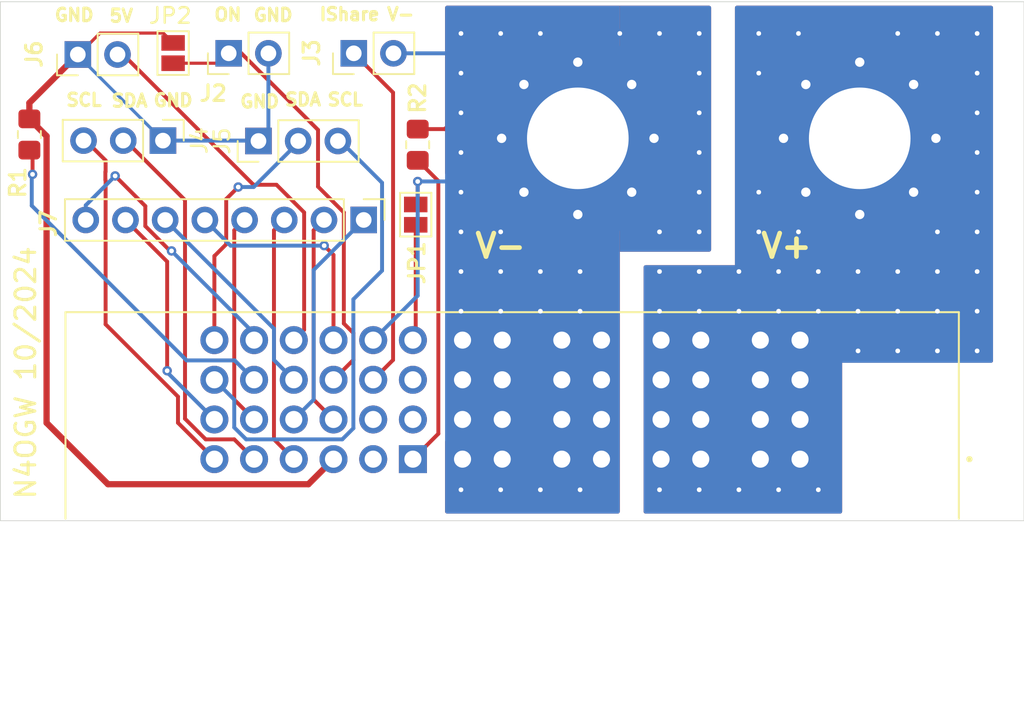
<source format=kicad_pcb>
(kicad_pcb (version 20240108) (generator "pcbnew") (generator_version "8.0")
  (layers (0 "F.Cu" signal) (31 "B.Cu" signal) (34 "B.Paste" user) (35 "F.Paste" user) (36 "B.SilkS" user "B.Silkscreen") (37 "F.SilkS" user "F.Silkscreen") (38 "B.Mask" user) (39 "F.Mask" user) (44 "Edge.Cuts" user))
  (net 0 "")
  (net 1 "Interlock")
  (net 2 "Power_Cap")
  (net 5 "REMOTE_ON")
  (net 6 "5V")
  (net 7 "VPLUS")
  (net 8 "SDA_0")
  (net 9 "Fault")
  (net 10 "SCL_0")
  (net 11 "Ishare")
  (net 12 "Margin")
  (net 13 "SHELF_ADDR")
  (net 14 "SDA_1")
  (net 15 "UNIT_ADDR")
  (net 16 "RESET")
  (net 17 "SCL_1")
  (net 18 "PFW")
  (net 19 "8V_INT")
  (net 20 "OTW")
  (net 21 "ALERT0")
  (net 22 "LOGIC_GRD")
  (net 24 "MOD_PRE")
  (net 25 "ALERT1")
  (footprint "MountingHole:MountingHole_6.5mm_Pad_Via" (layer "F.Cu") (at 169.018854 63.862854)
    (property "Reference" "H1" (hide yes))
    (property "Value" "VPLUS")
    (pad "1" thru_hole circle (at -4.875 0) (size 0.9 0.9) (drill 0.6) (layers "*.Cu" "*.Mask") (net 7 "VPLUS"))
    (pad "1" thru_hole circle (at -3.447146 -3.447146) (size 0.9 0.9) (drill 0.6) (layers "*.Cu" "*.Mask") (net 7 "VPLUS"))
    (pad "1" thru_hole circle (at -3.447146 3.447146) (size 0.9 0.9) (drill 0.6) (layers "*.Cu" "*.Mask") (net 7 "VPLUS"))
    (pad "1" thru_hole circle (at 0 -4.875) (size 0.9 0.9) (drill 0.6) (layers "*.Cu" "*.Mask") (net 7 "VPLUS"))
    (pad "1" thru_hole circle (at 0 0) (size 13 13) (drill 6.5) (layers "*.Cu" "*.Mask") (net 7 "VPLUS"))
    (pad "1" thru_hole circle (at 0 4.875) (size 0.9 0.9) (drill 0.6) (layers "*.Cu" "*.Mask") (net 7 "VPLUS"))
    (pad "1" thru_hole circle (at 3.447146 -3.447146) (size 0.9 0.9) (drill 0.6) (layers "*.Cu" "*.Mask") (net 7 "VPLUS"))
    (pad "1" thru_hole circle (at 3.447146 3.447146) (size 0.9 0.9) (drill 0.6) (layers "*.Cu" "*.Mask") (net 7 "VPLUS"))
    (pad "1" thru_hole circle (at 4.875 0) (size 0.9 0.9) (drill 0.6) (layers "*.Cu" "*.Mask") (net 7 "VPLUS"))
  )
  (footprint "Connector_PinHeader_2.54mm:PinHeader_1x08_P2.54mm_Vertical" (layer "F.Cu") (at 137.287 69.088 -90)
    (property "Reference" "J7" (at 0.2286 20.1676 90) (layer "F.SilkS") (effects (font (thickness 0.193548) (bold yes))))
    (property "Value" "Signals" (hide yes))
    (fp_line (start -1.33 19.11) (end 1.33 19.11) (stroke (width 0.12)) (layer "F.SilkS"))
    (fp_line (start -1.33 1.27) (end -1.33 19.11) (stroke (width 0.12)) (layer "F.SilkS"))
    (fp_line (start -1.33 1.27) (end 1.33 1.27) (stroke (width 0.12)) (layer "F.SilkS"))
    (fp_line (start 1.33 1.27) (end 1.33 19.11) (stroke (width 0.12)) (layer "F.SilkS"))
    (fp_line (start -1.33 0) (end -1.33 -1.33) (stroke (width 0.12)) (layer "F.SilkS"))
    (fp_line (start -1.33 -1.33) (end 0 -1.33) (stroke (width 0.12)) (layer "F.SilkS"))
    (pad "1" thru_hole rect (at 0 0 270) (size 1.7 1.7) (drill 1) (layers "*.Cu" "*.Mask") (net 21 "ALERT0"))
    (pad "2" thru_hole oval (at 0 2.54 270) (size 1.7 1.7) (drill 1) (layers "*.Cu" "*.Mask") (net 25 "ALERT1"))
    (pad "3" thru_hole oval (at 0 5.08 270) (size 1.7 1.7) (drill 1) (layers "*.Cu" "*.Mask") (net 18 "PFW"))
    (pad "4" thru_hole oval (at 0 7.62 270) (size 1.7 1.7) (drill 1) (layers "*.Cu" "*.Mask") (net 20 "OTW"))
    (pad "5" thru_hole oval (at 0 10.16 270) (size 1.7 1.7) (drill 1) (layers "*.Cu" "*.Mask") (net 2 "Power_Cap"))
    (pad "6" thru_hole oval (at 0 12.7 270) (size 1.7 1.7) (drill 1) (layers "*.Cu" "*.Mask") (net 16 "RESET"))
    (pad "7" thru_hole oval (at 0 15.24 270) (size 1.7 1.7) (drill 1) (layers "*.Cu" "*.Mask") (net 24 "MOD_PRE"))
    (pad "8" thru_hole oval (at 0 17.78 270) (size 1.7 1.7) (drill 1) (layers "*.Cu" "*.Mask") (net 9 "Fault"))
  )
  (footprint "Jumper:SolderJumper-2_P1.3mm_Open_Pad1.0x1.5mm" (layer "F.Cu") (at 125.095 58.405 90)
    (property "Reference" "JP2" (at 2.398 -0.1778 180) (layer "F.SilkS"))
    (property "Value" "ON" (hide yes))
    (fp_line (start 1.4 -1) (end 1.4 1) (stroke (width 0.12)) (layer "F.SilkS"))
    (fp_line (start -1.4 -1) (end 1.4 -1) (stroke (width 0.12)) (layer "F.SilkS"))
    (fp_line (start 1.4 1) (end -1.4 1) (stroke (width 0.12)) (layer "F.SilkS"))
    (fp_line (start -1.4 1) (end -1.4 -1) (stroke (width 0.12)) (layer "F.SilkS"))
    (pad "1" smd rect (at -0.65 0 90) (size 1 1.5) (layers "F.Cu" "F.Mask") (net 5 "REMOTE_ON"))
    (pad "2" smd rect (at 0.65 0 90) (size 1 1.5) (layers "F.Cu" "F.Mask") (net 22 "LOGIC_GRD"))
  )
  (footprint "ge-psu:AMPHENOL_51762-10402400CBLF" (layer "F.Cu") (at 146.785 81.86)
    (property "Reference" "J1" (hide yes))
    (property "Value" "51762-10402400CBLF" (hide yes))
    (fp_line (start -28.575 -6.87) (end 28.575 -6.87) (stroke (width 0.127)) (layer "F.SilkS"))
    (fp_line (start -28.575 6.35) (end -28.575 -6.87) (stroke (width 0.127)) (layer "F.SilkS"))
    (fp_line (start 28.575 -6.87) (end 28.575 6.35) (stroke (width 0.127)) (layer "F.SilkS"))
    (fp_circle (center 29.25 2.54) (end 29.35 2.54) (stroke (width 0.2)) (fill none) (layer "F.SilkS"))
    (pad "" np_thru_hole circle (at -24.765 0) (size 4.0894 4.0894) (drill 4.0894) (layers "*.Cu" "*.Mask"))
    (pad "" np_thru_hole circle (at 24.765 0) (size 4.0894 4.0894) (drill 4.0894) (layers "*.Cu" "*.Mask"))
    (pad "A1" thru_hole rect (at -6.35 2.54) (size 1.7907 1.7907) (drill 1.0922) (layers "*.Cu" "*.Mask") (net 15 "UNIT_ADDR"))
    (pad "A2" thru_hole circle (at -8.89 2.54) (size 1.7907 1.7907) (drill 1.0922) (layers "*.Cu" "*.Mask"))
    (pad "A3" thru_hole circle (at -11.43 2.54) (size 1.7907 1.7907) (drill 1.0922) (layers "*.Cu" "*.Mask") (net 22 "LOGIC_GRD"))
    (pad "A4" thru_hole circle (at -13.97 2.54) (size 1.7907 1.7907) (drill 1.0922) (layers "*.Cu" "*.Mask") (net 18 "PFW"))
    (pad "A5" thru_hole circle (at -16.51 2.54) (size 1.7907 1.7907) (drill 1.0922) (layers "*.Cu" "*.Mask") (net 8 "SDA_0"))
    (pad "A6" thru_hole circle (at -19.05 2.54) (size 1.7907 1.7907) (drill 1.0922) (layers "*.Cu" "*.Mask") (net 10 "SCL_0"))
    (pad "B1" thru_hole circle (at -6.35 0) (size 1.7907 1.7907) (drill 1.0922) (layers "*.Cu" "*.Mask") (net 19 "8V_INT"))
    (pad "B2" thru_hole circle (at -8.89 0) (size 1.7907 1.7907) (drill 1.0922) (layers "*.Cu" "*.Mask"))
    (pad "B3" thru_hole circle (at -11.43 0) (size 1.7907 1.7907) (drill 1.0922) (layers "*.Cu" "*.Mask") (net 25 "ALERT1"))
    (pad "B4" thru_hole circle (at -13.97 0) (size 1.7907 1.7907) (drill 1.0922) (layers "*.Cu" "*.Mask") (net 21 "ALERT0"))
    (pad "B5" thru_hole circle (at -16.51 0) (size 1.7907 1.7907) (drill 1.0922) (layers "*.Cu" "*.Mask") (net 20 "OTW"))
    (pad "B6" thru_hole circle (at -19.05 0) (size 1.7907 1.7907) (drill 1.0922) (layers "*.Cu" "*.Mask") (net 24 "MOD_PRE"))
    (pad "C1" thru_hole circle (at -6.35 -2.54) (size 1.7907 1.7907) (drill 1.0922) (layers "*.Cu" "*.Mask"))
    (pad "C2" thru_hole circle (at -8.89 -2.54) (size 1.7907 1.7907) (drill 1.0922) (layers "*.Cu" "*.Mask") (net 11 "Ishare"))
    (pad "C3" thru_hole circle (at -11.43 -2.54) (size 1.7907 1.7907) (drill 1.0922) (layers "*.Cu" "*.Mask") (net 5 "REMOTE_ON"))
    (pad "C4" thru_hole circle (at -13.97 -2.54) (size 1.7907 1.7907) (drill 1.0922) (layers "*.Cu" "*.Mask") (net 16 "RESET"))
    (pad "C5" thru_hole circle (at -16.51 -2.54) (size 1.7907 1.7907) (drill 1.0922) (layers "*.Cu" "*.Mask") (net 12 "Margin"))
    (pad "C6" thru_hole circle (at -19.05 -2.54) (size 1.7907 1.7907) (drill 1.0922) (layers "*.Cu" "*.Mask") (net 17 "SCL_1"))
    (pad "D1" thru_hole circle (at -6.35 -5.08) (size 1.7907 1.7907) (drill 1.0922) (layers "*.Cu" "*.Mask") (net 13 "SHELF_ADDR"))
    (pad "D2" thru_hole circle (at -8.89 -5.08) (size 1.7907 1.7907) (drill 1.0922) (layers "*.Cu" "*.Mask") (net 1 "Interlock"))
    (pad "D3" thru_hole circle (at -11.43 -5.08) (size 1.7907 1.7907) (drill 1.0922) (layers "*.Cu" "*.Mask") (net 2 "Power_Cap"))
    (pad "D4" thru_hole circle (at -13.97 -5.08) (size 1.7907 1.7907) (drill 1.0922) (layers "*.Cu" "*.Mask") (net 6 "5V"))
    (pad "D5" thru_hole circle (at -16.51 -5.08) (size 1.7907 1.7907) (drill 1.0922) (layers "*.Cu" "*.Mask") (net 9 "Fault"))
    (pad "D6" thru_hole circle (at -19.05 -5.08) (size 1.7907 1.7907) (drill 1.0922) (layers "*.Cu" "*.Mask") (net 14 "SDA_1"))
    (pad "P1_1" thru_hole circle (at 18.415 -5.08) (size 1.7907 1.7907) (drill 1.0922) (layers "*.Cu" "*.Mask") (net 7 "VPLUS"))
    (pad "P1_2" thru_hole circle (at 18.415 -2.54) (size 1.7907 1.7907) (drill 1.0922) (layers "*.Cu" "*.Mask") (net 7 "VPLUS"))
    (pad "P1_3" thru_hole circle (at 18.415 0) (size 1.7907 1.7907) (drill 1.0922) (layers "*.Cu" "*.Mask") (net 7 "VPLUS"))
    (pad "P1_4" thru_hole circle (at 18.415 2.54) (size 1.7907 1.7907) (drill 1.0922) (layers "*.Cu" "*.Mask") (net 7 "VPLUS"))
    (pad "P1_5" thru_hole circle (at 15.875 -5.08) (size 1.7907 1.7907) (drill 1.0922) (layers "*.Cu" "*.Mask") (net 7 "VPLUS"))
    (pad "P1_6" thru_hole circle (at 15.875 -2.54) (size 1.7907 1.7907) (drill 1.0922) (layers "*.Cu" "*.Mask") (net 7 "VPLUS"))
    (pad "P1_7" thru_hole circle (at 15.875 0) (size 1.7907 1.7907) (drill 1.0922) (layers "*.Cu" "*.Mask") (net 7 "VPLUS"))
    (pad "P1_8" thru_hole circle (at 15.875 2.54) (size 1.7907 1.7907) (drill 1.0922) (layers "*.Cu" "*.Mask") (net 7 "VPLUS"))
    (pad "P2_1" thru_hole circle (at 12.065 -5.08) (size 1.7907 1.7907) (drill 1.0922) (layers "*.Cu" "*.Mask") (net 7 "VPLUS"))
    (pad "P2_2" thru_hole circle (at 12.065 -2.54) (size 1.7907 1.7907) (drill 1.0922) (layers "*.Cu" "*.Mask") (net 7 "VPLUS"))
    (pad "P2_3" thru_hole circle (at 12.065 0) (size 1.7907 1.7907) (drill 1.0922) (layers "*.Cu" "*.Mask") (net 7 "VPLUS"))
    (pad "P2_4" thru_hole circle (at 12.065 2.54) (size 1.7907 1.7907) (drill 1.0922) (layers "*.Cu" "*.Mask") (net 7 "VPLUS"))
    (pad "P2_5" thru_hole circle (at 9.525 -5.08) (size 1.7907 1.7907) (drill 1.0922) (layers "*.Cu" "*.Mask") (net 7 "VPLUS"))
    (pad "P2_6" thru_hole circle (at 9.525 -2.54) (size 1.7907 1.7907) (drill 1.0922) (layers "*.Cu" "*.Mask") (net 7 "VPLUS"))
    (pad "P2_7" thru_hole circle (at 9.525 0) (size 1.7907 1.7907) (drill 1.0922) (layers "*.Cu" "*.Mask") (net 7 "VPLUS"))
    (pad "P2_8" thru_hole circle (at 9.525 2.54) (size 1.7907 1.7907) (drill 1.0922) (layers "*.Cu" "*.Mask") (net 7 "VPLUS"))
    (pad "P3_1" thru_hole circle (at 5.715 -5.08) (size 1.7907 1.7907) (drill 1.0922) (layers "*.Cu" "*.Mask") (net 1 "Interlock"))
    (pad "P3_2" thru_hole circle (at 5.715 -2.54) (size 1.7907 1.7907) (drill 1.0922) (layers "*.Cu" "*.Mask") (net 1 "Interlock"))
    (pad "P3_3" thru_hole circle (at 5.715 0) (size 1.7907 1.7907) (drill 1.0922) (layers "*.Cu" "*.Mask") (net 1 "Interlock"))
    (pad "P3_4" thru_hole circle (at 5.715 2.54) (size 1.7907 1.7907) (drill 1.0922) (layers "*.Cu" "*.Mask") (net 1 "Interlock"))
    (pad "P3_5" thru_hole circle (at 3.175 -5.08) (size 1.7907 1.7907) (drill 1.0922) (layers "*.Cu" "*.Mask") (net 1 "Interlock"))
    (pad "P3_6" thru_hole circle (at 3.175 -2.54) (size 1.7907 1.7907) (drill 1.0922) (layers "*.Cu" "*.Mask") (net 1 "Interlock"))
    (pad "P3_7" thru_hole circle (at 3.175 0) (size 1.7907 1.7907) (drill 1.0922) (layers "*.Cu" "*.Mask") (net 1 "Interlock"))
    (pad "P3_8" thru_hole circle (at 3.175 2.54) (size 1.7907 1.7907) (drill 1.0922) (layers "*.Cu" "*.Mask") (net 1 "Interlock"))
    (pad "P4_1" thru_hole circle (at -0.635 -5.08) (size 1.7907 1.7907) (drill 1.0922) (layers "*.Cu" "*.Mask") (net 1 "Interlock"))
    (pad "P4_2" thru_hole circle (at -0.635 -2.54) (size 1.7907 1.7907) (drill 1.0922) (layers "*.Cu" "*.Mask") (net 1 "Interlock"))
    (pad "P4_3" thru_hole circle (at -0.635 0) (size 1.7907 1.7907) (drill 1.0922) (layers "*.Cu" "*.Mask") (net 1 "Interlock"))
    (pad "P4_4" thru_hole circle (at -0.635 2.54) (size 1.7907 1.7907) (drill 1.0922) (layers "*.Cu" "*.Mask") (net 1 "Interlock"))
    (pad "P4_5" thru_hole circle (at -3.175 -5.08) (size 1.7907 1.7907) (drill 1.0922) (layers "*.Cu" "*.Mask") (net 1 "Interlock"))
    (pad "P4_6" thru_hole circle (at -3.175 -2.54) (size 1.7907 1.7907) (drill 1.0922) (layers "*.Cu" "*.Mask") (net 1 "Interlock"))
    (pad "P4_7" thru_hole circle (at -3.175 0) (size 1.7907 1.7907) (drill 1.0922) (layers "*.Cu" "*.Mask") (net 1 "Interlock"))
    (pad "P4_8" thru_hole circle (at -3.175 2.54) (size 1.7907 1.7907) (drill 1.0922) (layers "*.Cu" "*.Mask") (net 1 "Interlock"))
  )
  (footprint "Connector_PinHeader_2.54mm:PinHeader_1x02_P2.54mm_Vertical" (layer "F.Cu") (at 136.652 58.42 90)
    (property "Reference" "J3" (at 0.0254 -2.6924 90) (layer "F.SilkS") (effects (font (thickness 0.193548) (bold yes))))
    (property "Value" "IShare" (hide yes))
    (fp_line (start -1.33 -1.33) (end 0 -1.33) (stroke (width 0.12)) (layer "F.SilkS"))
    (fp_line (start -1.33 0) (end -1.33 -1.33) (stroke (width 0.12)) (layer "F.SilkS"))
    (fp_line (start 1.33 1.27) (end 1.33 3.87) (stroke (width 0.12)) (layer "F.SilkS"))
    (fp_line (start -1.33 1.27) (end 1.33 1.27) (stroke (width 0.12)) (layer "F.SilkS"))
    (fp_line (start -1.33 1.27) (end -1.33 3.87) (stroke (width 0.12)) (layer "F.SilkS"))
    (fp_line (start -1.33 3.87) (end 1.33 3.87) (stroke (width 0.12)) (layer "F.SilkS"))
    (pad "1" thru_hole rect (at 0 0 90) (size 1.7 1.7) (drill 1) (layers "*.Cu" "*.Mask") (net 11 "Ishare"))
    (pad "2" thru_hole oval (at 0 2.54 90) (size 1.7 1.7) (drill 1) (layers "*.Cu" "*.Mask") (net 1 "Interlock"))
  )
  (footprint "Resistor_SMD:R_0805_2012Metric_Pad1.20x1.40mm_HandSolder" (layer "F.Cu") (at 115.9002 63.6176 90)
    (property "Reference" "R1" (at -3.0828 -0.7366 90) (layer "F.SilkS") (effects (font (thickness 0.193548) (bold yes))))
    (property "Value" "5k" (hide yes))
    (fp_line (start -0.227064 -0.735) (end 0.227064 -0.735) (stroke (width 0.12)) (layer "F.SilkS"))
    (fp_line (start -0.227064 0.735) (end 0.227064 0.735) (stroke (width 0.12)) (layer "F.SilkS"))
    (pad "1" smd roundrect (at -1 0 90) (size 1.2 1.4) (layers "F.Cu" "F.Paste" "F.Mask") (roundrect_rratio 0.208333) (net 12 "Margin"))
    (pad "2" smd roundrect (at 1 0 90) (size 1.2 1.4) (layers "F.Cu" "F.Paste" "F.Mask") (roundrect_rratio 0.208333) (net 22 "LOGIC_GRD"))
  )
  (footprint "Jumper:SolderJumper-2_P1.3mm_Open_Pad1.0x1.5mm" (layer "F.Cu") (at 140.6144 68.7474 90)
    (property "Reference" "JP1" (at -3.0838 0.0762 90) (layer "F.SilkS") (effects (font (thickness 0.193548) (bold yes))))
    (property "Value" "Shelf" (hide yes))
    (fp_line (start 1.4 -1) (end 1.4 1) (stroke (width 0.12)) (layer "F.SilkS"))
    (fp_line (start -1.4 -1) (end 1.4 -1) (stroke (width 0.12)) (layer "F.SilkS"))
    (fp_line (start 1.4 1) (end -1.4 1) (stroke (width 0.12)) (layer "F.SilkS"))
    (fp_line (start -1.4 1) (end -1.4 -1) (stroke (width 0.12)) (layer "F.SilkS"))
    (pad "1" smd rect (at -0.65 0 90) (size 1 1.5) (layers "F.Cu" "F.Mask") (net 13 "SHELF_ADDR"))
    (pad "2" smd rect (at 0.65 0 90) (size 1 1.5) (layers "F.Cu" "F.Mask") (net 1 "Interlock"))
  )
  (footprint "Connector_PinHeader_2.54mm:PinHeader_1x03_P2.54mm_Vertical" (layer "F.Cu") (at 124.445 64.008 -90)
    (property "Reference" "J4" (at 0 -2.33 90) (layer "F.SilkS"))
    (property "Value" "I2C-0" (hide yes))
    (fp_line (start -1.33 6.41) (end 1.33 6.41) (stroke (width 0.12)) (layer "F.SilkS"))
    (fp_line (start -1.33 1.27) (end -1.33 6.41) (stroke (width 0.12)) (layer "F.SilkS"))
    (fp_line (start -1.33 1.27) (end 1.33 1.27) (stroke (width 0.12)) (layer "F.SilkS"))
    (fp_line (start 1.33 1.27) (end 1.33 6.41) (stroke (width 0.12)) (layer "F.SilkS"))
    (fp_line (start -1.33 0) (end -1.33 -1.33) (stroke (width 0.12)) (layer "F.SilkS"))
    (fp_line (start -1.33 -1.33) (end 0 -1.33) (stroke (width 0.12)) (layer "F.SilkS"))
    (pad "1" thru_hole rect (at 0 0 270) (size 1.7 1.7) (drill 1) (layers "*.Cu" "*.Mask") (net 22 "LOGIC_GRD"))
    (pad "2" thru_hole oval (at 0 2.54 270) (size 1.7 1.7) (drill 1) (layers "*.Cu" "*.Mask") (net 8 "SDA_0"))
    (pad "3" thru_hole oval (at 0 5.08 270) (size 1.7 1.7) (drill 1) (layers "*.Cu" "*.Mask") (net 10 "SCL_0"))
  )
  (footprint "MountingHole:MountingHole_6.5mm_Pad_Via" (layer "F.Cu") (at 150.984854 63.862854)
    (property "Reference" "H2" (hide yes))
    (property "Value" "VMINUS")
    (pad "1" thru_hole circle (at -4.875 0) (size 0.9 0.9) (drill 0.6) (layers "*.Cu" "*.Mask") (net 1 "Interlock"))
    (pad "1" thru_hole circle (at -3.447146 -3.447146) (size 0.9 0.9) (drill 0.6) (layers "*.Cu" "*.Mask") (net 1 "Interlock"))
    (pad "1" thru_hole circle (at -3.447146 3.447146) (size 0.9 0.9) (drill 0.6) (layers "*.Cu" "*.Mask") (net 1 "Interlock"))
    (pad "1" thru_hole circle (at 0 -4.875) (size 0.9 0.9) (drill 0.6) (layers "*.Cu" "*.Mask") (net 1 "Interlock"))
    (pad "1" thru_hole circle (at 0 0) (size 13 13) (drill 6.5) (layers "*.Cu" "*.Mask") (net 1 "Interlock"))
    (pad "1" thru_hole circle (at 0 4.875) (size 0.9 0.9) (drill 0.6) (layers "*.Cu" "*.Mask") (net 1 "Interlock"))
    (pad "1" thru_hole circle (at 3.447146 -3.447146) (size 0.9 0.9) (drill 0.6) (layers "*.Cu" "*.Mask") (net 1 "Interlock"))
    (pad "1" thru_hole circle (at 3.447146 3.447146) (size 0.9 0.9) (drill 0.6) (layers "*.Cu" "*.Mask") (net 1 "Interlock"))
    (pad "1" thru_hole circle (at 4.875 0) (size 0.9 0.9) (drill 0.6) (layers "*.Cu" "*.Mask") (net 1 "Interlock"))
  )
  (footprint "Connector_PinHeader_2.54mm:PinHeader_1x02_P2.54mm_Vertical" (layer "F.Cu") (at 118.999 58.4962 90)
    (property "Reference" "J6" (at 0.0254 -2.794 90) (layer "F.SilkS") (effects (font (thickness 0.193548) (bold yes))))
    (property "Value" "5V" (hide yes))
    (fp_line (start -1.33 -1.33) (end 0 -1.33) (stroke (width 0.12)) (layer "F.SilkS"))
    (fp_line (start -1.33 0) (end -1.33 -1.33) (stroke (width 0.12)) (layer "F.SilkS"))
    (fp_line (start 1.33 1.27) (end 1.33 3.87) (stroke (width 0.12)) (layer "F.SilkS"))
    (fp_line (start -1.33 1.27) (end 1.33 1.27) (stroke (width 0.12)) (layer "F.SilkS"))
    (fp_line (start -1.33 1.27) (end -1.33 3.87) (stroke (width 0.12)) (layer "F.SilkS"))
    (fp_line (start -1.33 3.87) (end 1.33 3.87) (stroke (width 0.12)) (layer "F.SilkS"))
    (pad "1" thru_hole rect (at 0 0 90) (size 1.7 1.7) (drill 1) (layers "*.Cu" "*.Mask") (net 22 "LOGIC_GRD"))
    (pad "2" thru_hole oval (at 0 2.54 90) (size 1.7 1.7) (drill 1) (layers "*.Cu" "*.Mask") (net 6 "5V"))
  )
  (footprint "Resistor_SMD:R_0805_2012Metric_Pad1.20x1.40mm_HandSolder" (layer "F.Cu") (at 140.7414 64.2714 90)
    (property "Reference" "R2" (at 2.9878 0 90) (layer "F.SilkS") (effects (font (thickness 0.193548) (bold yes))))
    (property "Value" "0" (hide yes))
    (fp_line (start -0.227064 -0.735) (end 0.227064 -0.735) (stroke (width 0.12)) (layer "F.SilkS"))
    (fp_line (start -0.227064 0.735) (end 0.227064 0.735) (stroke (width 0.12)) (layer "F.SilkS"))
    (pad "1" smd roundrect (at -1 0 90) (size 1.2 1.4) (layers "F.Cu" "F.Paste" "F.Mask") (roundrect_rratio 0.208333) (net 15 "UNIT_ADDR"))
    (pad "2" smd roundrect (at 1 0 90) (size 1.2 1.4) (layers "F.Cu" "F.Paste" "F.Mask") (roundrect_rratio 0.208333) (net 1 "Interlock"))
  )
  (footprint "Connector_PinHeader_2.54mm:PinHeader_1x02_P2.54mm_Vertical" (layer "F.Cu") (at 128.651 58.42 90)
    (property "Reference" "J2" (at -2.5654 -0.9906 180) (layer "F.SilkS") (effects (font (thickness 0.193548) (bold yes))))
    (property "Value" "Remote On" (hide yes))
    (fp_line (start -1.33 -1.33) (end 0 -1.33) (stroke (width 0.12)) (layer "F.SilkS"))
    (fp_line (start -1.33 0) (end -1.33 -1.33) (stroke (width 0.12)) (layer "F.SilkS"))
    (fp_line (start 1.33 1.27) (end 1.33 3.87) (stroke (width 0.12)) (layer "F.SilkS"))
    (fp_line (start -1.33 1.27) (end 1.33 1.27) (stroke (width 0.12)) (layer "F.SilkS"))
    (fp_line (start -1.33 1.27) (end -1.33 3.87) (stroke (width 0.12)) (layer "F.SilkS"))
    (fp_line (start -1.33 3.87) (end 1.33 3.87) (stroke (width 0.12)) (layer "F.SilkS"))
    (pad "1" thru_hole rect (at 0 0 90) (size 1.7 1.7) (drill 1) (layers "*.Cu" "*.Mask") (net 5 "REMOTE_ON"))
    (pad "2" thru_hole oval (at 0 2.54 90) (size 1.7 1.7) (drill 1) (layers "*.Cu" "*.Mask") (net 22 "LOGIC_GRD"))
  )
  (footprint "Connector_PinHeader_2.54mm:PinHeader_1x03_P2.54mm_Vertical" (layer "F.Cu") (at 130.556 64.0334 90)
    (property "Reference" "J5" (at 0 -2.33 90) (layer "F.SilkS"))
    (property "Value" "I2C-1" (hide yes))
    (fp_line (start -1.33 -1.33) (end 0 -1.33) (stroke (width 0.12)) (layer "F.SilkS"))
    (fp_line (start -1.33 0) (end -1.33 -1.33) (stroke (width 0.12)) (layer "F.SilkS"))
    (fp_line (start 1.33 1.27) (end 1.33 6.41) (stroke (width 0.12)) (layer "F.SilkS"))
    (fp_line (start -1.33 1.27) (end 1.33 1.27) (stroke (width 0.12)) (layer "F.SilkS"))
    (fp_line (start -1.33 1.27) (end -1.33 6.41) (stroke (width 0.12)) (layer "F.SilkS"))
    (fp_line (start -1.33 6.41) (end 1.33 6.41) (stroke (width 0.12)) (layer "F.SilkS"))
    (pad "1" thru_hole rect (at 0 0 90) (size 1.7 1.7) (drill 1) (layers "*.Cu" "*.Mask") (net 22 "LOGIC_GRD"))
    (pad "2" thru_hole oval (at 0 2.54 90) (size 1.7 1.7) (drill 1) (layers "*.Cu" "*.Mask") (net 14 "SDA_1"))
    (pad "3" thru_hole oval (at 0 5.08 90) (size 1.7 1.7) (drill 1) (layers "*.Cu" "*.Mask") (net 17 "SCL_1"))
  )
  (gr_rect (start 114.046 55.118) (end 179.5272 88.3412) (stroke (width 0.05)) (fill none) (layer "Edge.Cuts"))
  (gr_text "V+" (at 162.56 71.628 0) (layer "F.SilkS") (effects (font (size 1.5 1.5) (thickness 0.3) (bold yes)) (justify left bottom)))
  (gr_text "GND" (at 130.1496 56.4388 0) (layer "F.SilkS") (effects (font (size 0.8001 0.8001) (thickness 0.193548) (bold yes)) (justify left bottom)))
  (gr_text "GND" (at 117.4242 56.4388 0) (layer "F.SilkS") (effects (font (size 0.8001 0.8001) (thickness 0.193548) (bold yes)) (justify left bottom)))
  (gr_text "GND" (at 123.7488 61.8998 0) (layer "F.SilkS") (effects (font (size 0.8001 0.8001) (thickness 0.193548) (bold yes)) (justify left bottom)))
  (gr_text "SDA" (at 121.0564 61.9252 0) (layer "F.SilkS") (effects (font (size 0.8001 0.8001) (thickness 0.193548) (bold yes)) (justify left bottom)))
  (gr_text "V-" (at 144.272 71.628 0) (layer "F.SilkS") (effects (font (size 1.5 1.5) (thickness 0.3) (bold yes)) (justify left bottom)))
  (gr_text "SCL\n" (at 134.874 61.849 0) (layer "F.SilkS") (effects (font (size 0.8001 0.8001) (thickness 0.193548) (bold yes)) (justify left bottom)))
  (gr_text "5V" (at 120.9294 56.4896 0) (layer "F.SilkS") (effects (font (size 0.8001 0.8001) (thickness 0.193548) (bold yes)) (justify left bottom)))
  (gr_text "GND" (at 129.286 61.976 0) (layer "F.SilkS") (effects (font (size 0.8001 0.8001) (thickness 0.193548) (bold yes)) (justify left bottom)))
  (gr_text "ON" (at 127.635 56.4134 0) (layer "F.SilkS") (effects (font (size 0.8001 0.8001) (thickness 0.193548) (bold yes)) (justify left bottom)))
  (gr_text "SDA" (at 132.1562 61.849 0) (layer "F.SilkS") (effects (font (size 0.8001 0.8001) (thickness 0.193548) (bold yes)) (justify left bottom)))
  (gr_text "SCL\n" (at 118.1608 61.8744 0) (layer "F.SilkS") (effects (font (size 0.8001 0.8001) (thickness 0.193548) (bold yes)) (justify left bottom)))
  (gr_text "V-\n" (at 138.684 56.388 0) (layer "F.SilkS") (effects (font (size 0.8001 0.8001) (thickness 0.193548) (bold yes)) (justify left bottom)))
  (gr_text "N4OGW 10/2024" (at 116.4082 87.0712 90) (layer "F.SilkS") (effects (font (size 1.27 1.27) (thickness 0.193548) (bold yes)) (justify left bottom)))
  (gr_text "IShare" (at 134.366 56.388 0) (layer "F.SilkS") (effects (font (size 0.8001 0.8001) (thickness 0.193548) (bold yes)) (justify left bottom)))
  (segment (start 143.4912 67.2912) (end 143.51 67.31) (width 0.25) (layer "F.Cu") (net 1))
  (segment (start 142.4686 63.2714) (end 143.51 62.23) (width 0.25) (layer "F.Cu") (net 1))
  (segment (start 140.7414 63.2714) (end 142.4686 63.2714) (width 0.25) (layer "F.Cu") (net 1))
  (segment (start 140.7414 66.6242) (end 140.7414 67.9704) (width 0.25) (layer "F.Cu") (net 1))
  (segment (start 140.7414 67.9704) (end 140.6144 68.0974) (width 0.25) (layer "F.Cu") (net 1))
  (via (at 146.05 86.36) (size 0.6) (drill 0.3) (layers "F.Cu" "B.Cu") (net 1))
  (via (at 158.75 64.77) (size 0.6) (drill 0.3) (layers "F.Cu" "B.Cu") (net 1))
  (via (at 143.51 59.69) (size 0.6) (drill 0.3) (layers "F.Cu" "B.Cu") (net 1))
  (via (at 143.51 72.39) (size 0.6) (drill 0.3) (layers "F.Cu" "B.Cu") (net 1))
  (via (at 143.51 57.15) (size 0.6) (drill 0.3) (layers "F.Cu" "B.Cu") (net 1))
  (via (at 151.13 72.39) (size 0.6) (drill 0.3) (layers "F.Cu" "B.Cu") (net 1))
  (via (at 156.21 69.85) (size 0.6) (drill 0.3) (layers "F.Cu" "B.Cu") (net 1))
  (via (at 158.75 59.69) (size 0.6) (drill 0.3) (layers "F.Cu" "B.Cu") (net 1))
  (via (at 151.13 74.93) (size 0.6) (drill 0.3) (layers "F.Cu" "B.Cu") (net 1))
  (via (at 143.51 69.85) (size 0.6) (drill 0.3) (layers "F.Cu" "B.Cu") (net 1))
  (via (at 156.21 57.15) (size 0.6) (drill 0.3) (layers "F.Cu" "B.Cu") (net 1))
  (via (at 146.05 57.15) (size 0.6) (drill 0.3) (layers "F.Cu" "B.Cu") (net 1))
  (via (at 143.51 74.93) (size 0.6) (drill 0.3) (layers "F.Cu" "B.Cu") (net 1))
  (via (at 148.59 72.39) (size 0.6) (drill 0.3) (layers "F.Cu" "B.Cu") (net 1))
  (via (at 143.51 67.31) (size 0.6) (drill 0.3) (layers "F.Cu" "B.Cu") (net 1))
  (via (at 143.51 64.77) (size 0.6) (drill 0.3) (layers "F.Cu" "B.Cu") (net 1))
  (via (at 148.59 74.93) (size 0.6) (drill 0.3) (layers "F.Cu" "B.Cu") (net 1))
  (via (at 148.59 86.36) (size 0.6) (drill 0.3) (layers "F.Cu" "B.Cu") (net 1))
  (via (at 146.05 74.93) (size 0.6) (drill 0.3) (layers "F.Cu" "B.Cu") (net 1))
  (via (at 153.67 57.15) (size 0.6) (drill 0.3) (layers "F.Cu" "B.Cu") (net 1))
  (via (at 143.51 62.23) (size 0.6) (drill 0.3) (layers "F.Cu" "B.Cu") (net 1))
  (via (at 143.51 86.36) (size 0.6) (drill 0.3) (layers "F.Cu" "B.Cu") (net 1))
  (via (at 158.75 62.23) (size 0.6) (drill 0.3) (layers "F.Cu" "B.Cu") (net 1))
  (via (at 158.75 67.31) (size 0.6) (drill 0.3) (layers "F.Cu" "B.Cu") (net 1))
  (via (at 158.75 57.15) (size 0.6) (drill 0.3) (layers "F.Cu" "B.Cu") (net 1))
  (via (at 158.75 69.85) (size 0.6) (drill 0.3) (layers "F.Cu" "B.Cu") (net 1))
  (via (at 148.59 57.15) (size 0.6) (drill 0.3) (layers "F.Cu" "B.Cu") (net 1))
  (via (at 146.05 69.85) (size 0.6) (drill 0.3) (layers "F.Cu" "B.Cu") (net 1))
  (via (at 151.13 86.36) (size 0.6) (drill 0.3) (layers "F.Cu" "B.Cu") (net 1))
  (via (at 140.7414 66.6242) (size 0.6) (drill 0.3) (layers "F.Cu" "B.Cu") (net 1))
  (via (at 146.05 72.39) (size 0.6) (drill 0.3) (layers "F.Cu" "B.Cu") (net 1))
  (segment (start 142.8242 66.6242) (end 143.51 67.31) (width 0.25) (layer "B.Cu") (net 1))
  (segment (start 137.895 76.78) (end 140.7414 73.9336) (width 0.25) (layer "B.Cu") (net 1))
  (segment (start 140.7414 66.6242) (end 142.8242 66.6242) (width 0.25) (layer "B.Cu") (net 1))
  (segment (start 143.764 58.42) (end 144.145 58.039) (width 0.25) (layer "B.Cu") (net 1))
  (segment (start 140.7414 73.9336) (end 140.7414 66.6242) (width 0.25) (layer "B.Cu") (net 1))
  (segment (start 139.192 58.42) (end 143.764 58.42) (width 0.25) (layer "B.Cu") (net 1))
  (segment (start 134.75965 70.731467) (end 135.355 71.326817) (width 0.25) (layer "F.Cu") (net 2))
  (segment (start 135.355 71.326817) (end 135.355 76.78) (width 0.25) (layer "F.Cu") (net 2))
  (via (at 134.75965 70.731467) (size 0.6) (drill 0.3) (layers "F.Cu" "B.Cu") (net 2))
  (segment (start 127.127 69.088) (end 128.770467 70.731467) (width 0.25) (layer "B.Cu") (net 2))
  (segment (start 128.770467 70.731467) (end 134.75965 70.731467) (width 0.25) (layer "B.Cu") (net 2))
  (segment (start 136.6266 76.325764) (end 136.017 75.716164) (width 0.25) (layer "F.Cu") (net 5))
  (segment (start 125.095 59.055) (end 128.016 59.055) (width 0.2) (layer "F.Cu") (net 5))
  (segment (start 128.016 59.055) (end 128.651 58.42) (width 0.2) (layer "F.Cu") (net 5))
  (segment (start 129.4638 58.42) (end 128.651 58.42) (width 0.25) (layer "F.Cu") (net 5))
  (segment (start 136.6266 78.0484) (end 136.6266 76.325764) (width 0.25) (layer "F.Cu") (net 5))
  (segment (start 136.017 75.716164) (end 136.017 68.6054) (width 0.25) (layer "F.Cu") (net 5))
  (segment (start 135.355 79.32) (end 136.6266 78.0484) (width 0.25) (layer "F.Cu") (net 5))
  (segment (start 134.366 66.9544) (end 134.366 63.3222) (width 0.25) (layer "F.Cu") (net 5))
  (segment (start 136.017 68.6054) (end 134.366 66.9544) (width 0.25) (layer "F.Cu") (net 5))
  (segment (start 134.366 63.3222) (end 129.4638 58.42) (width 0.25) (layer "F.Cu") (net 5))
  (segment (start 130.2324 66.834) (end 121.9454 58.547) (width 0.25) (layer "F.Cu") (net 6))
  (segment (start 131.7056 66.834) (end 130.2324 66.834) (width 0.25) (layer "F.Cu") (net 6))
  (segment (start 121.9454 58.547) (end 121.539 58.547) (width 0.25) (layer "F.Cu") (net 6))
  (segment (start 132.815 76.78) (end 133.477 76.118) (width 0.25) (layer "F.Cu") (net 6))
  (segment (start 133.477 68.6054) (end 131.7056 66.834) (width 0.25) (layer "F.Cu") (net 6))
  (segment (start 133.477 76.118) (end 133.477 68.6054) (width 0.25) (layer "F.Cu") (net 6))
  (segment (start 165.835 79.6528) (end 165.835 79.32) (width 0.25) (layer "F.Cu") (net 7))
  (via (at 176.53 72.39) (size 0.6) (drill 0.3) (layers "F.Cu" "B.Cu") (net 7))
  (via (at 173.99 69.85) (size 0.6) (drill 0.3) (layers "F.Cu" "B.Cu") (net 7))
  (via (at 156.21 86.36) (size 0.6) (drill 0.3) (layers "F.Cu" "B.Cu") (net 7))
  (via (at 176.53 64.77) (size 0.6) (drill 0.3) (layers "F.Cu" "B.Cu") (net 7))
  (via (at 171.45 77.47) (size 0.6) (drill 0.3) (layers "F.Cu" "B.Cu") (net 7))
  (via (at 161.29 72.39) (size 0.6) (drill 0.3) (layers "F.Cu" "B.Cu") (net 7))
  (via (at 173.99 57.15) (size 0.6) (drill 0.3) (layers "F.Cu" "B.Cu") (net 7))
  (via (at 173.99 74.93) (size 0.6) (drill 0.3) (layers "F.Cu" "B.Cu") (net 7))
  (via (at 173.99 77.47) (size 0.6) (drill 0.3) (layers "F.Cu" "B.Cu") (net 7))
  (via (at 176.53 59.69) (size 0.6) (drill 0.3) (layers "F.Cu" "B.Cu") (net 7))
  (via (at 171.45 72.39) (size 0.6) (drill 0.3) (layers "F.Cu" "B.Cu") (net 7))
  (via (at 163.83 72.39) (size 0.6) (drill 0.3) (layers "F.Cu" "B.Cu") (net 7))
  (via (at 161.29 74.93) (size 0.6) (drill 0.3) (layers "F.Cu" "B.Cu") (net 7))
  (via (at 161.29 86.36) (size 0.6) (drill 0.3) (layers "F.Cu" "B.Cu") (net 7))
  (via (at 162.56 57.15) (size 0.6) (drill 0.3) (layers "F.Cu" "B.Cu") (net 7))
  (via (at 156.21 72.39) (size 0.6) (drill 0.3) (layers "F.Cu" "B.Cu") (net 7))
  (via (at 176.53 74.93) (size 0.6) (drill 0.3) (layers "F.Cu" "B.Cu") (net 7))
  (via (at 163.83 74.93) (size 0.6) (drill 0.3) (layers "F.Cu" "B.Cu") (net 7))
  (via (at 176.53 69.85) (size 0.6) (drill 0.3) (layers "F.Cu" "B.Cu") (net 7))
  (via (at 162.56 69.85) (size 0.6) (drill 0.3) (layers "F.Cu" "B.Cu") (net 7))
  (via (at 176.53 77.47) (size 0.6) (drill 0.3) (layers "F.Cu" "B.Cu") (net 7))
  (via (at 176.53 62.23) (size 0.6) (drill 0.3) (layers "F.Cu" "B.Cu") (net 7))
  (via (at 162.56 67.31) (size 0.6) (drill 0.3) (layers "F.Cu" "B.Cu") (net 7))
  (via (at 166.37 72.39) (size 0.6) (drill 0.3) (layers "F.Cu" "B.Cu") (net 7))
  (via (at 166.37 86.36) (size 0.6) (drill 0.3) (layers "F.Cu" "B.Cu") (net 7))
  (via (at 168.91 72.39) (size 0.6) (drill 0.3) (layers "F.Cu" "B.Cu") (net 7))
  (via (at 158.75 86.36) (size 0.6) (drill 0.3) (layers "F.Cu" "B.Cu") (net 7))
  (via (at 176.53 67.31) (size 0.6) (drill 0.3) (layers "F.Cu" "B.Cu") (net 7))
  (via (at 162.56 59.69) (size 0.6) (drill 0.3) (layers "F.Cu" "B.Cu") (net 7))
  (via (at 156.21 74.93) (size 0.6) (drill 0.3) (layers "F.Cu" "B.Cu") (net 7))
  (via (at 173.99 72.39) (size 0.6) (drill 0.3) (layers "F.Cu" "B.Cu") (net 7))
  (via (at 158.75 74.93) (size 0.6) (drill 0.3) (layers "F.Cu" "B.Cu") (net 7))
  (via (at 176.53 57.15) (size 0.6) (drill 0.3) (layers "F.Cu" "B.Cu") (net 7))
  (via (at 166.37 74.93) (size 0.6) (drill 0.3) (layers "F.Cu" "B.Cu") (net 7))
  (via (at 171.45 57.15) (size 0.6) (drill 0.3) (layers "F.Cu" "B.Cu") (net 7))
  (via (at 165.1 69.85) (size 0.6) (drill 0.3) (layers "F.Cu" "B.Cu") (net 7))
  (via (at 158.75 72.39) (size 0.6) (drill 0.3) (layers "F.Cu" "B.Cu") (net 7))
  (via (at 168.91 77.47) (size 0.6) (drill 0.3) (layers "F.Cu" "B.Cu") (net 7))
  (via (at 168.91 74.93) (size 0.6) (drill 0.3) (layers "F.Cu" "B.Cu") (net 7))
  (via (at 165.1 57.15) (size 0.6) (drill 0.3) (layers "F.Cu" "B.Cu") (net 7))
  (via (at 171.45 74.93) (size 0.6) (drill 0.3) (layers "F.Cu" "B.Cu") (net 7))
  (via (at 163.83 86.36) (size 0.6) (drill 0.3) (layers "F.Cu" "B.Cu") (net 7))
  (segment (start 122.047 64.008) (end 125.857 67.818) (width 0.25) (layer "F.Cu") (net 8))
  (segment (start 125.857 67.818) (end 125.857 81.811418) (width 0.25) (layer "F.Cu") (net 8))
  (segment (start 125.857 81.811418) (end 127.179782 83.1342) (width 0.25) (layer "F.Cu") (net 8))
  (segment (start 127.179782 83.1342) (end 129.0092 83.1342) (width 0.25) (layer "F.Cu") (net 8))
  (segment (start 129.0092 83.1342) (end 130.275 84.4) (width 0.25) (layer "F.Cu") (net 8))
  (segment (start 121.3866 66.2686) (end 123.317 68.199) (width 0.25) (layer "F.Cu") (net 9))
  (segment (start 124.906499 71.0692) (end 124.9934 71.0692) (width 0.25) (layer "F.Cu") (net 9))
  (segment (start 123.317 68.199) (end 123.317 69.479701) (width 0.25) (layer "F.Cu") (net 9))
  (segment (start 123.317 69.479701) (end 124.906499 71.0692) (width 0.25) (layer "F.Cu") (net 9))
  (via (at 121.3866 66.2686) (size 0.6) (drill 0.3) (layers "F.Cu" "B.Cu") (net 9))
  (via (at 124.9934 71.0692) (size 0.6) (drill 0.3) (layers "F.Cu" "B.Cu") (net 9))
  (segment (start 130.275 76.3508) (end 130.275 76.78) (width 0.25) (layer "B.Cu") (net 9))
  (segment (start 119.507 68.1482) (end 121.3866 66.2686) (width 0.25) (layer "B.Cu") (net 9))
  (segment (start 124.9934 71.0692) (end 130.275 76.3508) (width 0.25) (layer "B.Cu") (net 9))
  (segment (start 119.507 69.088) (end 119.507 68.1482) (width 0.25) (layer "B.Cu") (net 9))
  (segment (start 120.7616 66.009716) (end 120.7616 66.527484) (width 0.25) (layer "F.Cu") (net 10))
  (segment (start 120.777 66.542884) (end 120.777 75.7682) (width 0.25) (layer "F.Cu") (net 10))
  (segment (start 120.777 65.994316) (end 120.7616 66.009716) (width 0.25) (layer "F.Cu") (net 10))
  (segment (start 125.407 80.3982) (end 125.407 82.072) (width 0.25) (layer "F.Cu") (net 10))
  (segment (start 125.407 82.072) (end 127.735 84.4) (width 0.25) (layer "F.Cu") (net 10))
  (segment (start 120.7616 66.527484) (end 120.777 66.542884) (width 0.25) (layer "F.Cu") (net 10))
  (segment (start 120.777 75.7682) (end 125.407 80.3982) (width 0.25) (layer "F.Cu") (net 10))
  (segment (start 119.507 64.008) (end 120.777 65.278) (width 0.25) (layer "F.Cu") (net 10))
  (segment (start 120.777 65.278) (end 120.777 65.994316) (width 0.25) (layer "F.Cu") (net 10))
  (segment (start 139.1666 60.9346) (end 139.1666 78.0484) (width 0.25) (layer "F.Cu") (net 11))
  (segment (start 139.1666 78.0484) (end 137.895 79.32) (width 0.25) (layer "F.Cu") (net 11))
  (segment (start 136.652 58.42) (end 139.1666 60.9346) (width 0.25) (layer "F.Cu") (net 11))
  (segment (start 116.1034 66.167) (end 116.1034 64.8208) (width 0.25) (layer "F.Cu") (net 12))
  (segment (start 116.1034 64.8208) (end 115.9002 64.6176) (width 0.25) (layer "F.Cu") (net 12))
  (via (at 116.1034 66.167) (size 0.6) (drill 0.3) (layers "F.Cu" "B.Cu") (net 12))
  (segment (start 116.0526 66.2178) (end 116.1034 66.167) (width 0.25) (layer "B.Cu") (net 12))
  (segment (start 116.0526 68.1736) (end 116.0526 66.2178) (width 0.25) (layer "B.Cu") (net 12))
  (segment (start 130.275 79.32) (end 129.0346 78.0796) (width 0.25) (layer "B.Cu") (net 12))
  (segment (start 129.0346 78.0796) (end 125.9586 78.0796) (width 0.25) (layer "B.Cu") (net 12))
  (segment (start 125.9586 78.0796) (end 116.0526 68.1736) (width 0.25) (layer "B.Cu") (net 12))
  (segment (start 140.6144 76.6006) (end 140.435 76.78) (width 0.25) (layer "F.Cu") (net 13))
  (segment (start 140.6144 69.3974) (end 140.6144 76.6006) (width 0.25) (layer "F.Cu") (net 13))
  (segment (start 140.4412 76.7738) (end 140.435 76.78) (width 0.25) (layer "B.Cu") (net 13))
  (segment (start 127.762 71.374) (end 128.492 70.644) (width 0.25) (layer "F.Cu") (net 14))
  (segment (start 128.492 70.644) (end 128.492 67.7484) (width 0.25) (layer "F.Cu") (net 14))
  (segment (start 127.735 71.401) (end 127.735 76.78) (width 0.25) (layer "F.Cu") (net 14))
  (segment (start 128.492 67.7484) (end 129.2606 66.9798) (width 0.25) (layer "F.Cu") (net 14))
  (segment (start 127.762 71.374) (end 127.735 71.401) (width 0.25) (layer "F.Cu") (net 14))
  (via (at 129.2606 66.9798) (size 0.6) (drill 0.3) (layers "F.Cu" "B.Cu") (net 14))
  (segment (start 129.2606 66.9798) (end 130.2512 66.9798) (width 0.25) (layer "B.Cu") (net 14))
  (segment (start 130.2512 66.9798) (end 133.223 64.008) (width 0.25) (layer "B.Cu") (net 14))
  (segment (start 133.085299 64.008) (end 133.223 64.008) (width 0.25) (layer "B.Cu") (net 14))
  (segment (start 142.0622 82.7728) (end 142.0622 66.5922) (width 0.25) (layer "F.Cu") (net 15))
  (segment (start 142.0622 66.5922) (end 140.7414 65.2714) (width 0.25) (layer "F.Cu") (net 15))
  (segment (start 140.435 84.4) (end 142.0622 82.7728) (width 0.25) (layer "F.Cu") (net 15))
  (segment (start 124.587 69.088) (end 131.5466 76.0476) (width 0.25) (layer "B.Cu") (net 16))
  (segment (start 131.5466 76.0476) (end 131.5466 78.0516) (width 0.25) (layer "B.Cu") (net 16))
  (segment (start 131.5466 78.0516) (end 132.815 79.32) (width 0.25) (layer "B.Cu") (net 16))
  (segment (start 129.0066 80.5916) (end 129.0066 82.3722) (width 0.25) (layer "B.Cu") (net 17))
  (segment (start 129.0066 82.3722) (end 129.7686 83.1342) (width 0.25) (layer "B.Cu") (net 17))
  (segment (start 136.6266 82.423) (end 136.6266 74.1664) (width 0.25) (layer "B.Cu") (net 17))
  (segment (start 129.7686 83.1342) (end 135.9154 83.1342) (width 0.25) (layer "B.Cu") (net 17))
  (segment (start 135.9154 83.1342) (end 136.6266 82.423) (width 0.25) (layer "B.Cu") (net 17))
  (segment (start 127.735 79.32) (end 129.0066 80.5916) (width 0.25) (layer "B.Cu") (net 17))
  (segment (start 136.6266 74.1664) (end 138.462 72.331) (width 0.25) (layer "B.Cu") (net 17))
  (segment (start 138.462 72.331) (end 138.462 66.707) (width 0.25) (layer "B.Cu") (net 17))
  (segment (start 138.462 66.707) (end 135.763 64.008) (width 0.25) (layer "B.Cu") (net 17))
  (segment (start 131.5466 69.7484) (end 131.5466 83.1316) (width 0.25) (layer "F.Cu") (net 18))
  (segment (start 132.207 69.088) (end 131.5466 69.7484) (width 0.25) (layer "F.Cu") (net 18))
  (segment (start 131.5466 83.1316) (end 132.815 84.4) (width 0.25) (layer "F.Cu") (net 18))
  (segment (start 129.0066 80.5916) (end 130.275 81.86) (width 0.25) (layer "F.Cu") (net 20))
  (segment (start 129.0066 69.7484) (end 129.0066 80.5916) (width 0.25) (layer "F.Cu") (net 20))
  (segment (start 129.667 69.088) (end 129.0066 69.7484) (width 0.25) (layer "F.Cu") (net 20))
  (segment (start 134.0866 72.2884) (end 134.0866 80.5884) (width 0.25) (layer "B.Cu") (net 21))
  (segment (start 137.287 69.088) (end 134.0866 72.2884) (width 0.25) (layer "B.Cu") (net 21))
  (segment (start 134.0866 80.5884) (end 132.815 81.86) (width 0.25) (layer "B.Cu") (net 21))
  (segment (start 115.9002 62.6176) (end 115.9002 61.595) (width 0.4) (layer "F.Cu") (net 22))
  (segment (start 120.9294 86.0044) (end 117.0002 82.0752) (width 0.4) (layer "F.Cu") (net 22))
  (segment (start 115.9002 61.595) (end 118.999 58.4962) (width 0.4) (layer "F.Cu") (net 22))
  (segment (start 135.355 84.4) (end 133.7506 86.0044) (width 0.4) (layer "F.Cu") (net 22))
  (segment (start 125.095 57.755) (end 124.4646 57.1246) (width 0.2) (layer "F.Cu") (net 22))
  (segment (start 117.0002 63.7176) (end 115.9002 62.6176) (width 0.4) (layer "F.Cu") (net 22))
  (segment (start 124.4646 57.1246) (end 120.4214 57.1246) (width 0.2) (layer "F.Cu") (net 22))
  (segment (start 120.4214 57.1246) (end 118.999 58.547) (width 0.2) (layer "F.Cu") (net 22))
  (segment (start 117.0002 82.0752) (end 117.0002 63.7176) (width 0.4) (layer "F.Cu") (net 22))
  (segment (start 133.7506 86.0044) (end 120.9294 86.0044) (width 0.4) (layer "F.Cu") (net 22))
  (segment (start 131.191 63.5) (end 130.683 64.008) (width 0.25) (layer "B.Cu") (net 22))
  (segment (start 124.445 63.993) (end 124.445 64.008) (width 0.2) (layer "B.Cu") (net 22))
  (segment (start 118.999 58.547) (end 124.445 63.993) (width 0.2) (layer "B.Cu") (net 22))
  (segment (start 131.191 58.42) (end 131.191 63.5) (width 0.25) (layer "B.Cu") (net 22))
  (segment (start 130.683 64.008) (end 124.587 64.008) (width 0.25) (layer "B.Cu") (net 22))
  (segment (start 122.047 69.088) (end 124.714 71.755) (width 0.25) (layer "F.Cu") (net 24))
  (segment (start 124.714 71.755) (end 124.714 78.74) (width 0.25) (layer "F.Cu") (net 24))
  (via (at 124.714 78.74) (size 0.6) (drill 0.3) (layers "F.Cu" "B.Cu") (net 24))
  (segment (start 124.714 78.74) (end 124.714 78.839) (width 0.25) (layer "B.Cu") (net 24))
  (segment (start 124.714 78.839) (end 127.735 81.86) (width 0.25) (layer "B.Cu") (net 24))
  (segment (start 134.0866 69.7484) (end 134.0866 80.5916) (width 0.25) (layer "F.Cu") (net 25))
  (segment (start 134.0866 80.5916) (end 135.355 81.86) (width 0.25) (layer "F.Cu") (net 25))
  (segment (start 134.747 69.088) (end 134.0866 69.7484) (width 0.25) (layer "F.Cu") (net 25))
  (zone (net 1) (net_name "Interlock") (layer "F.Cu") (connect_pads yes (clearance 0.5)) (min_thickness 0.25) (fill yes (thermal_gap 0.5) (thermal_bridge_width 0.5))
    (polygon (pts (xy 153.67 55.372) (xy 159.512 55.372) (xy 159.512 71.12) (xy 153.67 71.12)))
  )
  (zone (net 7) (net_name "VPLUS") (layer "F.Cu") (priority 4) (connect_pads yes (clearance 0.5)) (min_thickness 0.25) (fill yes (thermal_gap 0.5) (thermal_bridge_width 0.5))
    (polygon (pts (xy 155.194 87.884) (xy 155.194 71.9836) (xy 161.036 71.9836) (xy 161.036 55.372) (xy 177.546 55.372) (xy 177.546 78.232) (xy 167.894 78.232) (xy 167.894 87.884)))
  )
  (zone (net 1) (net_name "Interlock") (layer "F.Cu") (priority 2) (connect_pads yes (clearance 0.5)) (min_thickness 0.25) (fill yes (thermal_gap 0.5) (thermal_bridge_width 0.5))
    (polygon (pts (xy 142.494 55.372) (xy 153.67 55.372) (xy 153.67 87.884) (xy 142.494 87.884)))
  )
  (zone (net 7) (net_name "VPLUS") (layer "B.Cu") (priority 5) (connect_pads yes (clearance 0.5)) (min_thickness 0.25) (fill yes (thermal_gap 0.5) (thermal_bridge_width 0.5))
    (polygon (pts (xy 155.194 87.884) (xy 167.894 87.884) (xy 167.894 78.232) (xy 177.546 78.232) (xy 177.546 55.372) (xy 161.036 55.372) (xy 161.036 71.9836) (xy 155.194 71.9836)))
  )
  (zone (net 1) (net_name "Interlock") (layer "B.Cu") (priority 1) (connect_pads yes (clearance 0.5)) (min_thickness 0.25) (fill yes (thermal_gap 0.5) (thermal_bridge_width 0.5))
    (polygon (pts (xy 153.67 55.372) (xy 159.512 55.372) (xy 159.512 71.12) (xy 153.67 71.12)))
  )
  (zone (net 1) (net_name "Interlock") (layer "B.Cu") (priority 3) (connect_pads yes (clearance 0.5)) (min_thickness 0.25) (fill yes (thermal_gap 0.5) (thermal_bridge_width 0.5))
    (polygon (pts (xy 142.494 55.372) (xy 153.67 55.372) (xy 153.67 87.884) (xy 142.494 87.884)))
  )
)
</source>
